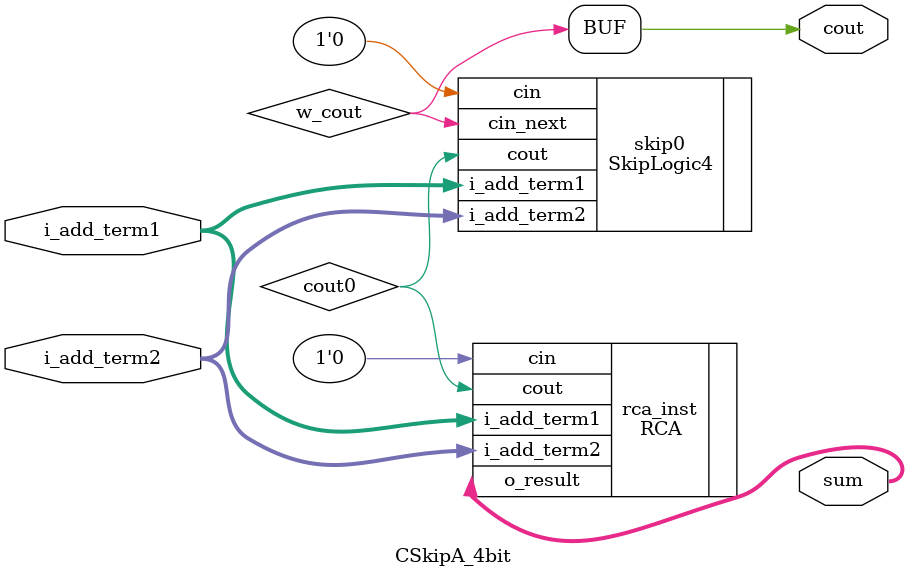
<source format=v>
`include "CSkip.v"

module CSkipA_4bit
    #(parameter WIDTH = 4)
  (
      input [WIDTH-1:0] i_add_term1,
      input [WIDTH-1:0] i_add_term2,
      output [WIDTH-1:0]  sum,
      output cout
   );
  
  wire [WIDTH/4-1:0]     w_cout;
  
  wire [WIDTH-1:0]     w_SUM_0;
  wire [WIDTH-1:0]     w_SUM_1;
  
  wire cout0;

  RCA rca_inst(.o_result(sum[3:0]), .cout(cout0), .i_add_term1(i_add_term1[3:0]), .i_add_term2(i_add_term2[3:0]), .cin(1'b0));
  SkipLogic4 skip0(.cin_next(w_cout[0]), .i_add_term1(i_add_term1[3:0]), .i_add_term2(i_add_term2[3:0]), .cin(1'b0), .cout(cout0));

  genvar             ii;
  generate 
      for (ii=1; ii<WIDTH/4; ii=ii+1) 
      begin
          CSkip4 cskip4_inst(sum[(ii+1)*4-1:ii*4], w_cout[ii], i_add_term1[(ii+1)*4-1:ii*4],i_add_term2[(ii+1)*4-1:ii*4],w_cout[ii-1]);  
          
       end
  endgenerate

    assign cout=w_cout[WIDTH/4-1];

endmodule
</source>
